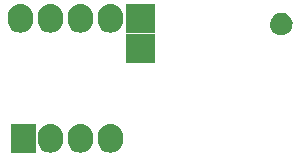
<source format=gbr>
G04 #@! TF.FileFunction,Soldermask,Bot*
%FSLAX46Y46*%
G04 Gerber Fmt 4.6, Leading zero omitted, Abs format (unit mm)*
G04 Created by KiCad (PCBNEW 4.0.0~rc1a-stable) date Sat 16 Jan 2016 09:07:18 PM JST*
%MOMM*%
G01*
G04 APERTURE LIST*
%ADD10C,0.100000*%
G04 APERTURE END LIST*
D10*
G36*
X-11724183Y-3879832D02*
X-11724169Y-3879836D01*
X-11724134Y-3879840D01*
X-11525838Y-3941222D01*
X-11343242Y-4039952D01*
X-11183301Y-4172267D01*
X-11052105Y-4333129D01*
X-10954653Y-4516410D01*
X-10894656Y-4715128D01*
X-10874400Y-4921716D01*
X-10874400Y-5238284D01*
X-10874504Y-5253134D01*
X-10897642Y-5459419D01*
X-10960408Y-5657281D01*
X-11060409Y-5839183D01*
X-11193838Y-5998197D01*
X-11355612Y-6128267D01*
X-11539568Y-6224437D01*
X-11738701Y-6283045D01*
X-11738735Y-6283048D01*
X-11738748Y-6283052D01*
X-11945423Y-6301861D01*
X-12151817Y-6280168D01*
X-12151831Y-6280164D01*
X-12151866Y-6280160D01*
X-12350162Y-6218778D01*
X-12532758Y-6120048D01*
X-12692699Y-5987733D01*
X-12823895Y-5826871D01*
X-12921347Y-5643590D01*
X-12981344Y-5444872D01*
X-13001600Y-5238284D01*
X-13001600Y-4921716D01*
X-13001496Y-4906866D01*
X-12978358Y-4700581D01*
X-12915592Y-4502719D01*
X-12815591Y-4320817D01*
X-12682162Y-4161803D01*
X-12520388Y-4031733D01*
X-12336432Y-3935563D01*
X-12137299Y-3876955D01*
X-12137265Y-3876952D01*
X-12137252Y-3876948D01*
X-11930577Y-3858139D01*
X-11724183Y-3879832D01*
X-11724183Y-3879832D01*
G37*
G36*
X-9184183Y-3879832D02*
X-9184169Y-3879836D01*
X-9184134Y-3879840D01*
X-8985838Y-3941222D01*
X-8803242Y-4039952D01*
X-8643301Y-4172267D01*
X-8512105Y-4333129D01*
X-8414653Y-4516410D01*
X-8354656Y-4715128D01*
X-8334400Y-4921716D01*
X-8334400Y-5238284D01*
X-8334504Y-5253134D01*
X-8357642Y-5459419D01*
X-8420408Y-5657281D01*
X-8520409Y-5839183D01*
X-8653838Y-5998197D01*
X-8815612Y-6128267D01*
X-8999568Y-6224437D01*
X-9198701Y-6283045D01*
X-9198735Y-6283048D01*
X-9198748Y-6283052D01*
X-9405423Y-6301861D01*
X-9611817Y-6280168D01*
X-9611831Y-6280164D01*
X-9611866Y-6280160D01*
X-9810162Y-6218778D01*
X-9992758Y-6120048D01*
X-10152699Y-5987733D01*
X-10283895Y-5826871D01*
X-10381347Y-5643590D01*
X-10441344Y-5444872D01*
X-10461600Y-5238284D01*
X-10461600Y-4921716D01*
X-10461496Y-4906866D01*
X-10438358Y-4700581D01*
X-10375592Y-4502719D01*
X-10275591Y-4320817D01*
X-10142162Y-4161803D01*
X-9980388Y-4031733D01*
X-9796432Y-3935563D01*
X-9597299Y-3876955D01*
X-9597265Y-3876952D01*
X-9597252Y-3876948D01*
X-9390577Y-3858139D01*
X-9184183Y-3879832D01*
X-9184183Y-3879832D01*
G37*
G36*
X-14264183Y-3879832D02*
X-14264169Y-3879836D01*
X-14264134Y-3879840D01*
X-14065838Y-3941222D01*
X-13883242Y-4039952D01*
X-13723301Y-4172267D01*
X-13592105Y-4333129D01*
X-13494653Y-4516410D01*
X-13434656Y-4715128D01*
X-13414400Y-4921716D01*
X-13414400Y-5238284D01*
X-13414504Y-5253134D01*
X-13437642Y-5459419D01*
X-13500408Y-5657281D01*
X-13600409Y-5839183D01*
X-13733838Y-5998197D01*
X-13895612Y-6128267D01*
X-14079568Y-6224437D01*
X-14278701Y-6283045D01*
X-14278735Y-6283048D01*
X-14278748Y-6283052D01*
X-14485423Y-6301861D01*
X-14691817Y-6280168D01*
X-14691831Y-6280164D01*
X-14691866Y-6280160D01*
X-14890162Y-6218778D01*
X-15072758Y-6120048D01*
X-15232699Y-5987733D01*
X-15363895Y-5826871D01*
X-15461347Y-5643590D01*
X-15521344Y-5444872D01*
X-15541600Y-5238284D01*
X-15541600Y-4921716D01*
X-15541496Y-4906866D01*
X-15518358Y-4700581D01*
X-15455592Y-4502719D01*
X-15355591Y-4320817D01*
X-15222162Y-4161803D01*
X-15060388Y-4031733D01*
X-14876432Y-3935563D01*
X-14677299Y-3876955D01*
X-14677265Y-3876952D01*
X-14677252Y-3876948D01*
X-14470577Y-3858139D01*
X-14264183Y-3879832D01*
X-14264183Y-3879832D01*
G37*
G36*
X-15700400Y-6296000D02*
X-17827600Y-6296000D01*
X-17827600Y-3864000D01*
X-15700400Y-3864000D01*
X-15700400Y-6296000D01*
X-15700400Y-6296000D01*
G37*
G36*
X-5642000Y1324000D02*
X-8074000Y1324000D01*
X-8074000Y3756000D01*
X-5642000Y3756000D01*
X-5642000Y1324000D01*
X-5642000Y1324000D01*
G37*
G36*
X5179782Y5521369D02*
X5362284Y5483907D01*
X5534029Y5411712D01*
X5688483Y5307532D01*
X5819762Y5175333D01*
X5922862Y5020156D01*
X5993856Y4847911D01*
X6029975Y4665496D01*
X6029975Y4665486D01*
X6030041Y4665152D01*
X6027070Y4452357D01*
X6026994Y4452023D01*
X6026994Y4452011D01*
X5985798Y4270684D01*
X5910019Y4100484D01*
X5802628Y3948246D01*
X5667707Y3819763D01*
X5510408Y3719939D01*
X5336710Y3652565D01*
X5153238Y3620215D01*
X4966974Y3624116D01*
X4785011Y3664123D01*
X4614289Y3738710D01*
X4461306Y3845036D01*
X4331885Y3979054D01*
X4230965Y4135652D01*
X4162381Y4308875D01*
X4128748Y4492124D01*
X4131350Y4678409D01*
X4170084Y4860640D01*
X4243479Y5031882D01*
X4348735Y5185604D01*
X4481846Y5315957D01*
X4637738Y5417970D01*
X4810477Y5487761D01*
X4993479Y5522670D01*
X5179782Y5521369D01*
X5179782Y5521369D01*
G37*
G36*
X-14264183Y6280168D02*
X-14264169Y6280164D01*
X-14264134Y6280160D01*
X-14065838Y6218778D01*
X-13883242Y6120048D01*
X-13723301Y5987733D01*
X-13592105Y5826871D01*
X-13494653Y5643590D01*
X-13434656Y5444872D01*
X-13414400Y5238284D01*
X-13414400Y4921716D01*
X-13414504Y4906866D01*
X-13437642Y4700581D01*
X-13500408Y4502719D01*
X-13600409Y4320817D01*
X-13733838Y4161803D01*
X-13895612Y4031733D01*
X-14079568Y3935563D01*
X-14278701Y3876955D01*
X-14278735Y3876952D01*
X-14278748Y3876948D01*
X-14485423Y3858139D01*
X-14691817Y3879832D01*
X-14691831Y3879836D01*
X-14691866Y3879840D01*
X-14890162Y3941222D01*
X-15072758Y4039952D01*
X-15232699Y4172267D01*
X-15363895Y4333129D01*
X-15461347Y4516410D01*
X-15521344Y4715128D01*
X-15541600Y4921716D01*
X-15541600Y5238284D01*
X-15541496Y5253134D01*
X-15518358Y5459419D01*
X-15455592Y5657281D01*
X-15355591Y5839183D01*
X-15222162Y5998197D01*
X-15060388Y6128267D01*
X-14876432Y6224437D01*
X-14677299Y6283045D01*
X-14677265Y6283048D01*
X-14677252Y6283052D01*
X-14470577Y6301861D01*
X-14264183Y6280168D01*
X-14264183Y6280168D01*
G37*
G36*
X-11724183Y6280168D02*
X-11724169Y6280164D01*
X-11724134Y6280160D01*
X-11525838Y6218778D01*
X-11343242Y6120048D01*
X-11183301Y5987733D01*
X-11052105Y5826871D01*
X-10954653Y5643590D01*
X-10894656Y5444872D01*
X-10874400Y5238284D01*
X-10874400Y4921716D01*
X-10874504Y4906866D01*
X-10897642Y4700581D01*
X-10960408Y4502719D01*
X-11060409Y4320817D01*
X-11193838Y4161803D01*
X-11355612Y4031733D01*
X-11539568Y3935563D01*
X-11738701Y3876955D01*
X-11738735Y3876952D01*
X-11738748Y3876948D01*
X-11945423Y3858139D01*
X-12151817Y3879832D01*
X-12151831Y3879836D01*
X-12151866Y3879840D01*
X-12350162Y3941222D01*
X-12532758Y4039952D01*
X-12692699Y4172267D01*
X-12823895Y4333129D01*
X-12921347Y4516410D01*
X-12981344Y4715128D01*
X-13001600Y4921716D01*
X-13001600Y5238284D01*
X-13001496Y5253134D01*
X-12978358Y5459419D01*
X-12915592Y5657281D01*
X-12815591Y5839183D01*
X-12682162Y5998197D01*
X-12520388Y6128267D01*
X-12336432Y6224437D01*
X-12137299Y6283045D01*
X-12137265Y6283048D01*
X-12137252Y6283052D01*
X-11930577Y6301861D01*
X-11724183Y6280168D01*
X-11724183Y6280168D01*
G37*
G36*
X-9184183Y6280168D02*
X-9184169Y6280164D01*
X-9184134Y6280160D01*
X-8985838Y6218778D01*
X-8803242Y6120048D01*
X-8643301Y5987733D01*
X-8512105Y5826871D01*
X-8414653Y5643590D01*
X-8354656Y5444872D01*
X-8334400Y5238284D01*
X-8334400Y4921716D01*
X-8334504Y4906866D01*
X-8357642Y4700581D01*
X-8420408Y4502719D01*
X-8520409Y4320817D01*
X-8653838Y4161803D01*
X-8815612Y4031733D01*
X-8999568Y3935563D01*
X-9198701Y3876955D01*
X-9198735Y3876952D01*
X-9198748Y3876948D01*
X-9405423Y3858139D01*
X-9611817Y3879832D01*
X-9611831Y3879836D01*
X-9611866Y3879840D01*
X-9810162Y3941222D01*
X-9992758Y4039952D01*
X-10152699Y4172267D01*
X-10283895Y4333129D01*
X-10381347Y4516410D01*
X-10441344Y4715128D01*
X-10461600Y4921716D01*
X-10461600Y5238284D01*
X-10461496Y5253134D01*
X-10438358Y5459419D01*
X-10375592Y5657281D01*
X-10275591Y5839183D01*
X-10142162Y5998197D01*
X-9980388Y6128267D01*
X-9796432Y6224437D01*
X-9597299Y6283045D01*
X-9597265Y6283048D01*
X-9597252Y6283052D01*
X-9390577Y6301861D01*
X-9184183Y6280168D01*
X-9184183Y6280168D01*
G37*
G36*
X-16804183Y6280168D02*
X-16804169Y6280164D01*
X-16804134Y6280160D01*
X-16605838Y6218778D01*
X-16423242Y6120048D01*
X-16263301Y5987733D01*
X-16132105Y5826871D01*
X-16034653Y5643590D01*
X-15974656Y5444872D01*
X-15954400Y5238284D01*
X-15954400Y4921716D01*
X-15954504Y4906866D01*
X-15977642Y4700581D01*
X-16040408Y4502719D01*
X-16140409Y4320817D01*
X-16273838Y4161803D01*
X-16435612Y4031733D01*
X-16619568Y3935563D01*
X-16818701Y3876955D01*
X-16818735Y3876952D01*
X-16818748Y3876948D01*
X-17025423Y3858139D01*
X-17231817Y3879832D01*
X-17231831Y3879836D01*
X-17231866Y3879840D01*
X-17430162Y3941222D01*
X-17612758Y4039952D01*
X-17772699Y4172267D01*
X-17903895Y4333129D01*
X-18001347Y4516410D01*
X-18061344Y4715128D01*
X-18081600Y4921716D01*
X-18081600Y5238284D01*
X-18081496Y5253134D01*
X-18058358Y5459419D01*
X-17995592Y5657281D01*
X-17895591Y5839183D01*
X-17762162Y5998197D01*
X-17600388Y6128267D01*
X-17416432Y6224437D01*
X-17217299Y6283045D01*
X-17217265Y6283048D01*
X-17217252Y6283052D01*
X-17010577Y6301861D01*
X-16804183Y6280168D01*
X-16804183Y6280168D01*
G37*
G36*
X-5642000Y3864000D02*
X-8074000Y3864000D01*
X-8074000Y6296000D01*
X-5642000Y6296000D01*
X-5642000Y3864000D01*
X-5642000Y3864000D01*
G37*
M02*

</source>
